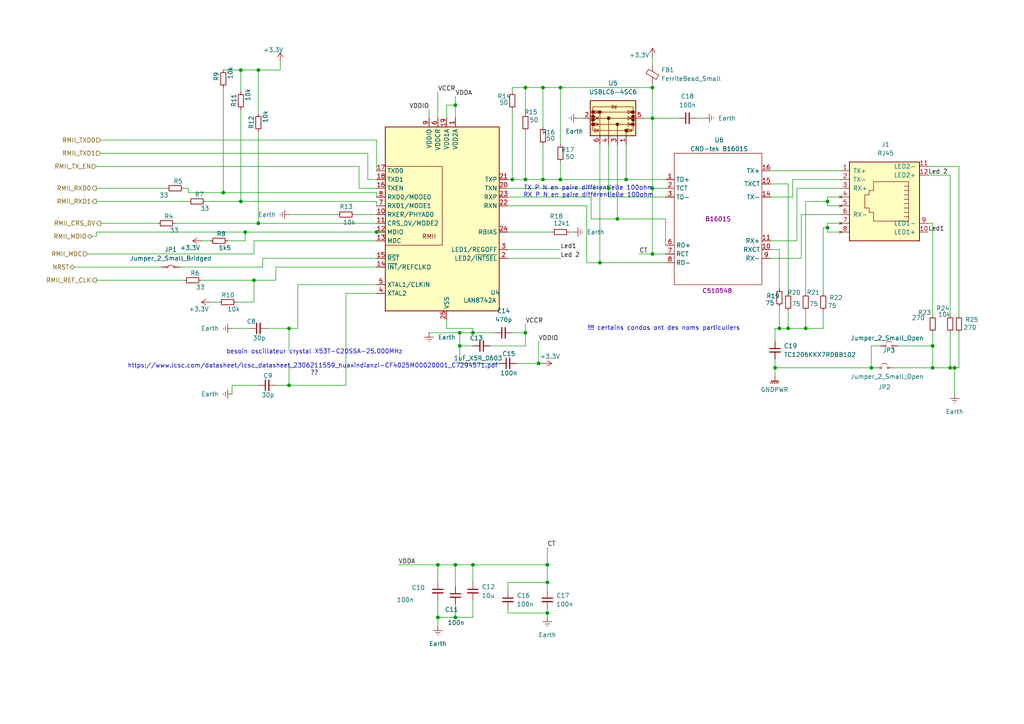
<source format=kicad_sch>
(kicad_sch (version 20231120) (generator "eeschema") (generator_version "8.0")
  (paper "A4")
  (lib_symbols
    (symbol "Connector:RJ45" (pin_names (offset 1.016))
      (property "Reference" "J3" (at 2.2225 -15.24 0))
      (property "Value" "RJ45" (at 2.2225 -12.7 0))
      (symbol "RJ45_0_1"
        (rectangle (start -7.62 12.7) (end 12.7 -10.16) (stroke (width 0.254)) (fill (type background)))
        (polyline (pts (xy -3.175 4.445) (xy -4.445 4.445)))
        (polyline (pts (xy -3.175 5.715) (xy -4.445 5.715)))
        (polyline (pts (xy -4.445 -3.175) (xy -3.175 -3.175) (xy -3.175 -3.175)))
        (polyline (pts (xy -4.445 -1.905) (xy -3.175 -1.905) (xy -3.175 -1.905)))
        (polyline (pts (xy -4.445 -0.635) (xy -3.175 -0.635) (xy -3.175 -0.635)))
        (polyline (pts (xy -4.445 0.635) (xy -3.175 0.635) (xy -3.175 0.635)))
        (polyline (pts (xy -4.445 1.905) (xy -3.175 1.905) (xy -3.175 1.905)))
        (polyline (pts (xy -3.175 3.175) (xy -4.445 3.175) (xy -4.445 3.175)))
        (polyline (pts (xy -4.445 -4.445) (xy -4.445 6.985) (xy 5.715 6.985) (xy 5.715 4.445) (xy 6.985 4.445) (xy 6.985 3.175) (xy 8.255 3.175) (xy 8.255 -0.635) (xy 6.985 -0.635) (xy 6.985 -1.905) (xy 5.715 -1.905) (xy 5.715 -4.445) (xy -4.445 -4.445) (xy -4.445 -4.445)))
      )
      (symbol "RJ45_1_1"
        (pin input line (at 15.24 -7.62 180) (length 2.54) (name "TX+") (number "1"))
        (pin bidirectional line (at -10.16 10.16 0) (length 2.54) (name "LED1+") (number "10"))
        (pin bidirectional line (at -10.16 -8.89 0) (length 2.54) (name "LED2-") (number "11"))
        (pin bidirectional line (at -10.16 -6.35 0) (length 2.54) (name "LED2+") (number "12"))
        (pin input line (at 15.24 -5.08 180) (length 2.54) (name "TX-") (number "2"))
        (pin output line (at 15.24 -2.54 180) (length 2.54) (name "RX+") (number "3"))
        (pin no_connect line (at 15.24 0 180) (length 2.54) (name "~") (number "4"))
        (pin no_connect line (at 15.24 2.54 180) (length 2.54) (name "~") (number "5"))
        (pin output line (at 15.24 5.08 180) (length 2.54) (name "RX-") (number "6"))
        (pin no_connect line (at 15.24 7.62 180) (length 2.54) (name "~") (number "7"))
        (pin no_connect line (at 15.24 10.16 180) (length 2.54) (name "~") (number "8"))
        (pin bidirectional line (at -10.16 7.62 0) (length 2.54) (name "LED1-") (number "9"))
      )
    )
    (symbol "Device:C_Small" (pin_numbers hide) (pin_names (offset 0.254) hide)
      (property "Reference" "C" (at 0.254 1.778 0))
      (property "Value" "C_Small" (at 0.254 -2.032 0))
      (symbol "C_Small_0_1"
        (polyline (pts (xy -1.524 -0.508) (xy 1.524 -0.508)) (stroke (width 0.3302)))
        (polyline (pts (xy -1.524 0.508) (xy 1.524 0.508)) (stroke (width 0.3048)))
      )
      (symbol "C_Small_1_1"
        (pin passive line (at 0 2.54 270) (length 2.032) (name "~") (number "1"))
        (pin passive line (at 0 -2.54 90) (length 2.032) (name "~") (number "2"))
      )
    )
    (symbol "Device:FerriteBead_Small" (pin_numbers hide) (pin_names (offset 0))
      (property "Reference" "FB" (at 1.905 1.27 0))
      (property "Value" "FerriteBead_Small" (at 1.905 -1.27 0))
      (symbol "FerriteBead_Small_0_1"
        (polyline (pts (xy 0 -1.27) (xy 0 -0.7874)))
        (polyline (pts (xy 0 0.889) (xy 0 1.2954)))
        (polyline (pts (xy -1.8288 0.2794) (xy -1.1176 1.4986) (xy 1.8288 -0.2032) (xy 1.1176 -1.4224) (xy -1.8288 0.2794)))
      )
      (symbol "FerriteBead_Small_1_1"
        (pin passive line (at 0 2.54 270) (length 1.27) (name "~") (number "1"))
        (pin passive line (at 0 -2.54 90) (length 1.27) (name "~") (number "2"))
      )
    )
    (symbol "Device:R_Small" (pin_numbers hide) (pin_names (offset 0.254) hide)
      (property "Reference" "R" (at 0.762 0.508 0))
      (property "Value" "R_Small" (at 0.762 -1.016 0))
      (symbol "R_Small_0_1"
        (rectangle (start -0.762 1.778) (end 0.762 -1.778) (stroke (width 0.2032)))
      )
      (symbol "R_Small_1_1"
        (pin passive line (at 0 2.54 270) (length 0.762) (name "~") (number "1"))
        (pin passive line (at 0 -2.54 90) (length 0.762) (name "~") (number "2"))
      )
    )
    (symbol "Interface_Ethernet:LAN8742A"
      (property "Reference" "U" (at -13.97 29.21 0))
      (property "Value" "LAN8742A" (at 15.24 29.21 0))
      (symbol "LAN8742A_0_0"
        (text "RMII" (at -5.08 -3.81 0) (effects (font (size 1.27 1.27))))
      )
      (symbol "LAN8742A_0_1"
        (rectangle (start -17.78 27.94) (end 15.24 -25.4) (stroke (width 0.254)) (fill (type background)))
        (polyline (pts (xy -17.78 -6.35) (xy -1.27 -6.35) (xy -1.27 16.51) (xy -17.78 16.51)))
      )
      (symbol "LAN8742A_1_1"
        (pin power_in line (at 2.54 30.48 270) (length 2.54) (name "VDD2A") (number "1"))
        (pin output line (at -20.32 2.54 0) (length 2.54) (name "RXER/PHYAD0") (number "10"))
        (pin bidirectional line (at -20.32 0 0) (length 2.54) (name "CRS_DV/MODE2") (number "11"))
        (pin bidirectional line (at -20.32 -2.54 0) (length 2.54) (name "MDIO") (number "12"))
        (pin input line (at -20.32 -5.08 0) (length 2.54) (name "MDC") (number "13"))
        (pin output line (at -20.32 -12.7 0) (length 2.54) (name "~{INT}/REFCLKO") (number "14"))
        (pin input line (at -20.32 -10.16 0) (length 2.54) (name "~{RST}") (number "15"))
        (pin input line (at -20.32 10.16 0) (length 2.54) (name "TXEN") (number "16"))
        (pin input line (at -20.32 15.24 0) (length 2.54) (name "TXD0") (number "17"))
        (pin input line (at -20.32 12.7 0) (length 2.54) (name "TXD1") (number "18"))
        (pin power_in line (at 0 30.48 270) (length 2.54) (name "VDD1A") (number "19"))
        (pin bidirectional line (at 17.78 -10.16 180) (length 2.54) (name "LED2/~{INTSEL}") (number "2"))
        (pin passive line (at 17.78 10.16 180) (length 2.54) (name "TXN") (number "20"))
        (pin passive line (at 17.78 12.7 180) (length 2.54) (name "TXP") (number "21"))
        (pin passive line (at 17.78 5.08 180) (length 2.54) (name "RXN") (number "22"))
        (pin passive line (at 17.78 7.62 180) (length 2.54) (name "RXP") (number "23"))
        (pin passive line (at 17.78 -2.54 180) (length 2.54) (name "RBIAS") (number "24"))
        (pin power_in line (at 0 -27.94 90) (length 2.54) (name "VSS") (number "25"))
        (pin bidirectional line (at 17.78 -7.62 180) (length 2.54) (name "LED1/REGOFF") (number "3"))
        (pin output line (at -20.32 -20.32 0) (length 2.54) (name "XTAL2") (number "4"))
        (pin input line (at -20.32 -17.78 0) (length 2.54) (name "XTAL1/CLKIN") (number "5"))
        (pin power_in line (at -2.54 30.48 270) (length 2.54) (name "VDDCR") (number "6"))
        (pin bidirectional line (at -20.32 5.08 0) (length 2.54) (name "RXD1/MODE1") (number "7"))
        (pin bidirectional line (at -20.32 7.62 0) (length 2.54) (name "RXD0/MODE0") (number "8"))
        (pin power_in line (at -5.08 30.48 270) (length 2.54) (name "VDDIO") (number "9"))
      )
    )
    (symbol "Jumper:Jumper_2_Small_Bridged" (pin_numbers hide) (pin_names (offset 0) hide) (exclude_from_sim yes)
      (property "Reference" "JP" (at 0 2.032 0))
      (property "Value" "Jumper_2_Small_Bridged" (at 0 -2.286 0))
      (symbol "Jumper_2_Small_Bridged_0_0"
        (circle (center -1.016 0) (radius 0.254))
        (circle (center 1.016 0) (radius 0.254))
      )
      (symbol "Jumper_2_Small_Bridged_0_1"
        (arc (start 0.762 0.254) (mid 0 0.5696) (end -0.762 0.254))
      )
      (symbol "Jumper_2_Small_Bridged_1_1"
        (pin passive line (at -2.54 0 0) (length 1.27) (name "A") (number "1"))
        (pin passive line (at 2.54 0 180) (length 1.27) (name "B") (number "2"))
      )
    )
    (symbol "Jumper:Jumper_2_Small_Open" (pin_numbers hide) (pin_names (offset 0) hide) (exclude_from_sim yes)
      (property "Reference" "JP" (at 0 2.794 0))
      (property "Value" "Jumper_2_Small_Open" (at 0 -2.286 0))
      (symbol "Jumper_2_Small_Open_0_0"
        (circle (center -1.016 0) (radius 0.254))
        (circle (center 1.016 0) (radius 0.254))
      )
      (symbol "Jumper_2_Small_Open_0_1"
        (arc (start 0.762 1.0196) (mid 0 1.2729) (end -0.762 1.0196))
      )
      (symbol "Jumper_2_Small_Open_1_1"
        (pin passive line (at -2.54 0 0) (length 1.27) (name "A") (number "1"))
        (pin passive line (at 2.54 0 180) (length 1.27) (name "B") (number "2"))
      )
    )
    (symbol "Librairie_MB:CND-tek_B1601S"
      (property "Reference" "U7" (at 0.3175 22.86 0))
      (property "Value" "CND-tek B1601S" (at 0.3175 20.32 0))
      (property "MPN" "B1601S" (at 0 0 0))
      (property "LCSC" "C510548" (at -0.254 -20.828 0))
      (symbol "CND-tek_B1601S_0_1"
        (rectangle (start -12.7 19.05) (end 12.7 -19.05))
      )
      (symbol "CND-tek_B1601S_1_1"
        (pin input line (at -15.24 11.43 0) (length 2.54) (name "TD+") (number "1"))
        (pin power_in line (at 15.24 -8.89 180) (length 2.54) (name "RXCT") (number "10"))
        (pin input line (at 15.24 -6.35 180) (length 2.54) (name "RX+") (number "11"))
        (pin output line (at 15.24 6.35 180) (length 2.54) (name "TX-") (number "14"))
        (pin power_in line (at 15.24 10.16 180) (length 2.54) (name "TXCT") (number "15"))
        (pin output line (at 15.24 13.97 180) (length 2.54) (name "TX+") (number "16"))
        (pin power_in line (at -15.24 8.89 0) (length 2.54) (name "TCT") (number "2"))
        (pin input line (at -15.24 6.35 0) (length 2.54) (name "TD-") (number "3"))
        (pin output line (at -15.24 -7.62 0) (length 2.54) (name "RD+") (number "6"))
        (pin power_in line (at -15.24 -10.16 0) (length 2.54) (name "RCT") (number "7"))
        (pin output line (at -15.24 -12.7 0) (length 2.54) (name "RD-") (number "8"))
        (pin power_in line (at 15.24 -11.43 180) (length 2.54) (name "RX-") (number "9"))
      )
    )
    (symbol "Power_Protection:USBLC6-4SC6" (pin_names hide)
      (property "Reference" "U" (at 1.27 9.525 0))
      (property "Value" "USBLC6-4SC6" (at 1.27 6.985 0))
      (symbol "USBLC6-4SC6_0_0"
        (circle (center -3.556 2.54) (radius 0.0001) (stroke (width 0.508)))
        (circle (center -1.778 -7.112) (radius 0.0001) (stroke (width 0.508)))
        (circle (center -1.778 0) (radius 0.0001) (stroke (width 0.508)))
        (circle (center -1.778 4.572) (radius 0.0001) (stroke (width 0.508)))
        (circle (center -0.508 -7.112) (radius 0.0001) (stroke (width 0.508)))
        (circle (center -0.508 4.572) (radius 0.0001) (stroke (width 0.508)))
        (circle (center 0 -2.54) (radius 0.0001) (stroke (width 0.508)))
        (circle (center 0.508 -7.112) (radius 0.0001) (stroke (width 0.508)))
        (circle (center 0.508 4.572) (radius 0.0001) (stroke (width 0.508)))
        (circle (center 1.778 -7.112) (radius 0.0001) (stroke (width 0.508)))
        (circle (center 1.778 -5.08) (radius 0.0001) (stroke (width 0.508)))
        (circle (center 1.778 4.572) (radius 0.0001) (stroke (width 0.508)))
      )
      (symbol "USBLC6-4SC6_0_1"
        (polyline (pts (xy -5.08 -5.08) (xy 1.778 -5.08)))
        (polyline (pts (xy -5.08 -2.54) (xy 0 -2.54)))
        (polyline (pts (xy -5.08 0) (xy -1.778 0)))
        (polyline (pts (xy -5.08 2.54) (xy -3.556 2.54)))
        (polyline (pts (xy -4.064 -5.588) (xy -3.048 -5.588)))
        (polyline (pts (xy -3.048 4.064) (xy -4.064 4.064)))
        (polyline (pts (xy -2.286 -5.588) (xy -1.27 -5.588)))
        (polyline (pts (xy -2.286 4.064) (xy -1.27 4.064)))
        (polyline (pts (xy -0.508 -5.588) (xy 0.508 -5.588)))
        (polyline (pts (xy 0 5.08) (xy 0.508 4.572)))
        (polyline (pts (xy 0.508 -7.112) (xy -0.508 -7.112)))
        (polyline (pts (xy 0.508 4.064) (xy -0.508 4.064)))
        (polyline (pts (xy 1.27 4.064) (xy 2.286 4.064)))
        (polyline (pts (xy 2.286 -5.588) (xy 1.27 -5.588)))
        (polyline (pts (xy 2.794 -0.762) (xy 2.794 -0.381) (xy 3.81 -0.381)))
        (polyline (pts (xy -4.064 3.048) (xy -3.048 3.048) (xy -3.556 4.064) (xy -4.064 3.048)))
        (polyline (pts (xy -3.048 -6.604) (xy -4.064 -6.604) (xy -3.556 -5.588) (xy -3.048 -6.604)))
        (polyline (pts (xy -1.27 -6.604) (xy -2.286 -6.604) (xy -1.778 -5.588) (xy -1.27 -6.604)))
        (polyline (pts (xy -1.27 3.048) (xy -2.286 3.048) (xy -1.778 4.064) (xy -1.27 3.048)))
        (polyline (pts (xy -0.508 -6.604) (xy 0.508 -6.604) (xy 0 -5.588) (xy -0.508 -6.604)))
        (polyline (pts (xy -0.508 3.048) (xy 0.508 3.048) (xy 0 4.064) (xy -0.508 3.048)))
        (polyline (pts (xy 1.27 -6.604) (xy 2.286 -6.604) (xy 1.778 -5.588) (xy 1.27 -6.604)))
        (polyline (pts (xy 1.778 4.572) (xy 3.302 4.572) (xy 3.302 -7.112) (xy 1.778 -7.112)))
        (polyline (pts (xy 2.286 3.048) (xy 1.27 3.048) (xy 1.778 4.064) (xy 2.286 3.048)))
        (polyline (pts (xy 3.81 -1.524) (xy 2.794 -1.524) (xy 3.302 -0.508) (xy 3.81 -1.524)))
      )
      (symbol "USBLC6-4SC6_1_1"
        (rectangle (start -5.08 5.334) (end 5.08 -7.874) (stroke (width 0.254)) (fill (type background)))
        (polyline (pts (xy -1.778 4.572) (xy -3.556 4.572) (xy -3.556 -7.112) (xy -1.778 -7.112)))
        (polyline (pts (xy -0.508 4.572) (xy 1.778 4.572) (xy 1.778 -7.112) (xy 0.508 -7.112)))
        (polyline (pts (xy 0.508 -7.112) (xy 0 -6.604) (xy 0 4.064) (xy -0.508 4.572)))
        (polyline (pts (xy 0 -7.62) (xy -0.508 -7.112) (xy -1.778 -7.112) (xy -1.778 4.572) (xy -0.508 4.572)))
        (pin passive line (at -7.62 2.54 0) (length 2.54) (name "I/O1") (number "1"))
        (pin passive line (at 0 -10.16 90) (length 2.54) (name "GND") (number "2"))
        (pin passive line (at -7.62 0 0) (length 2.54) (name "I/O2") (number "3"))
        (pin passive line (at -7.62 -2.54 0) (length 2.54) (name "I/O3") (number "4"))
        (pin passive line (at 0 7.62 270) (length 2.54) (name "VBUS") (number "5"))
        (pin passive line (at -7.62 -5.08 0) (length 2.54) (name "I/O4") (number "6"))
      )
    )
    (symbol "power:+3.3V" (power) (pin_numbers hide) (pin_names (offset 0) hide)
      (property "Value" "+3.3V" (at 0 3.556 0))
      (symbol "+3.3V_0_1"
        (polyline (pts (xy -0.762 1.27) (xy 0 2.54)))
        (polyline (pts (xy 0 0) (xy 0 2.54)))
        (polyline (pts (xy 0 2.54) (xy 0.762 1.27)))
      )
      (symbol "+3.3V_1_1"
        (pin power_in line (at 0 0 90) (length 0) (name "~") (number "1"))
      )
    )
    (symbol "power:Earth" (power) (pin_numbers hide) (pin_names (offset 0) hide)
      (property "Value" "Earth" (at 0 -3.81 0))
      (symbol "Earth_0_1"
        (polyline (pts (xy -0.635 -1.905) (xy 0.635 -1.905)))
        (polyline (pts (xy -0.127 -2.54) (xy 0.127 -2.54)))
        (polyline (pts (xy 0 -1.27) (xy 0 0)))
        (polyline (pts (xy 1.27 -1.27) (xy -1.27 -1.27)))
      )
      (symbol "Earth_1_1"
        (pin power_in line (at 0 0 270) (length 0) (name "~") (number "1"))
      )
    )
    (symbol "power:GNDPWR" (power) (pin_numbers hide) (pin_names (offset 0) hide)
      (property "Value" "GNDPWR" (at 0 -3.302 0))
      (symbol "GNDPWR_0_1"
        (polyline (pts (xy 0 -1.27) (xy 0 0)))
        (polyline (pts (xy -1.016 -1.27) (xy -1.27 -2.032) (xy -1.27 -2.032)) (stroke (width 0.2032)))
        (polyline (pts (xy -0.508 -1.27) (xy -0.762 -2.032) (xy -0.762 -2.032)) (stroke (width 0.2032)))
        (polyline (pts (xy 0 -1.27) (xy -0.254 -2.032) (xy -0.254 -2.032)) (stroke (width 0.2032)))
        (polyline (pts (xy 0.508 -1.27) (xy 0.254 -2.032) (xy 0.254 -2.032)) (stroke (width 0.2032)))
        (polyline (pts (xy 1.016 -1.27) (xy -1.016 -1.27) (xy -1.016 -1.27)) (stroke (width 0.2032)))
        (polyline (pts (xy 1.016 -1.27) (xy 0.762 -2.032) (xy 0.762 -2.032) (xy 0.762 -2.032)) (stroke (width 0.2032)))
      )
      (symbol "GNDPWR_1_1"
        (pin power_in line (at 0 0 270) (length 0) (name "~") (number "1"))
      )
    )
  )
  (junction (at 157.48 25.4))
  (junction (at 127 179.07))
  (junction (at 270.51 100.33))
  (junction (at 133.35 96.52))
  (junction (at 158.75 177.8))
  (junction (at 240.03 66.04))
  (junction (at 73.66 81.28))
  (junction (at 189.23 73.66))
  (junction (at 189.23 34.29))
  (junction (at 181.61 52.07))
  (junction (at 162.56 52.07))
  (junction (at 226.06 95.25))
  (junction (at 162.56 25.4))
  (junction (at 83.82 95.25))
  (junction (at 74.93 64.77))
  (junction (at 228.6 95.25))
  (junction (at 64.77 55.88))
  (junction (at 132.08 163.83))
  (junction (at 83.82 111.76))
  (junction (at 179.07 63.5))
  (junction (at 270.51 106.68))
  (junction (at 132.08 30.48))
  (junction (at 233.68 95.25))
  (junction (at 137.16 163.83))
  (junction (at 127 163.83))
  (junction (at 148.59 52.07))
  (junction (at 152.4 96.52))
  (junction (at 137.16 96.52))
  (junction (at 69.85 20.32))
  (junction (at 252.73 106.68))
  (junction (at 132.08 179.07))
  (junction (at 224.79 106.68))
  (junction (at 152.4 52.07))
  (junction (at 133.35 100.33))
  (junction (at 158.75 168.91))
  (junction (at 157.48 52.07))
  (junction (at 69.85 58.42))
  (junction (at 109.22 67.31))
  (junction (at 176.53 54.61))
  (junction (at 74.93 20.32))
  (junction (at 275.59 106.68))
  (junction (at 152.4 25.4))
  (junction (at 189.23 25.4))
  (junction (at 71.12 67.31))
  (junction (at 276.86 106.68))
  (junction (at 158.75 163.83))
  (junction (at 173.99 76.2))
  (junction (at 189.23 54.61))
  (junction (at 156.21 105.41))
  (junction (at 240.03 58.42))
  (wire (pts (xy 255.27 100.33) (xy 252.73 100.33)))
  (wire (pts (xy 226.06 72.39) (xy 226.06 83.82)))
  (wire (pts (xy 27.94 68.58) (xy 26.67 68.58)))
  (wire (pts (xy 186.69 34.29) (xy 189.23 34.29)))
  (wire (pts (xy 74.93 20.32) (xy 74.93 33.02)))
  (wire (pts (xy 158.75 168.91) (xy 158.75 171.45)))
  (wire (pts (xy 74.93 64.77) (xy 109.22 64.77)))
  (wire (pts (xy 109.22 49.53) (xy 109.22 40.64)))
  (wire (pts (xy 243.84 62.23) (xy 232.41 62.23)))
  (wire (pts (xy 193.04 63.5) (xy 193.04 71.12)))
  (wire (pts (xy 148.59 25.4) (xy 152.4 25.4)))
  (wire (pts (xy 269.24 50.8) (xy 275.59 50.8)))
  (wire (pts (xy 133.35 105.41) (xy 133.35 100.33)))
  (wire (pts (xy 232.41 62.23) (xy 232.41 74.93)))
  (wire (pts (xy 278.13 96.52) (xy 278.13 106.68)))
  (wire (pts (xy 127 168.91) (xy 127 163.83)))
  (wire (pts (xy 73.66 69.85) (xy 73.66 73.66)))
  (wire (pts (xy 173.99 76.2) (xy 193.04 76.2)))
  (wire (pts (xy 127 26.67) (xy 127 34.29)))
  (wire (pts (xy 149.86 105.41) (xy 156.21 105.41)))
  (wire (pts (xy 147.32 168.91) (xy 158.75 168.91)))
  (wire (pts (xy 269.24 64.77) (xy 270.51 64.77)))
  (wire (pts (xy 162.56 25.4) (xy 162.56 41.91)))
  (wire (pts (xy 100.33 85.09) (xy 100.33 111.76)))
  (wire (pts (xy 109.22 74.93) (xy 76.2 74.93)))
  (wire (pts (xy 165.1 67.31) (xy 166.37 67.31)))
  (wire (pts (xy 185.42 73.66) (xy 189.23 73.66)))
  (wire (pts (xy 129.54 30.48) (xy 132.08 30.48)))
  (wire (pts (xy 156.21 105.41) (xy 157.48 105.41)))
  (wire (pts (xy 71.12 67.31) (xy 27.94 67.31)))
  (wire (pts (xy 189.23 73.66) (xy 193.04 73.66)))
  (wire (pts (xy 137.16 163.83) (xy 158.75 163.83)))
  (wire (pts (xy 109.22 54.61) (xy 104.14 54.61)))
  (wire (pts (xy 73.66 81.28) (xy 58.42 81.28)))
  (wire (pts (xy 189.23 34.29) (xy 189.23 54.61)))
  (wire (pts (xy 229.87 52.07) (xy 229.87 57.15)))
  (wire (pts (xy 54.61 55.88) (xy 64.77 55.88)))
  (wire (pts (xy 54.61 54.61) (xy 54.61 55.88)))
  (wire (pts (xy 69.85 20.32) (xy 69.85 26.67)))
  (wire (pts (xy 152.4 96.52) (xy 152.4 100.33)))
  (wire (pts (xy 60.96 87.63) (xy 63.5 87.63)))
  (wire (pts (xy 170.18 76.2) (xy 170.18 59.69)))
  (wire (pts (xy 228.6 95.25) (xy 228.6 90.17)))
  (wire (pts (xy 171.45 63.5) (xy 179.07 63.5)))
  (wire (pts (xy 83.82 95.25) (xy 86.36 95.25)))
  (wire (pts (xy 129.54 34.29) (xy 129.54 30.48)))
  (wire (pts (xy 74.93 111.76) (xy 67.31 111.76)))
  (wire (pts (xy 104.14 54.61) (xy 104.14 48.26)))
  (wire (pts (xy 173.99 41.91) (xy 173.99 76.2)))
  (wire (pts (xy 232.41 74.93) (xy 223.52 74.93)))
  (wire (pts (xy 260.35 100.33) (xy 270.51 100.33)))
  (wire (pts (xy 86.36 82.55) (xy 109.22 82.55)))
  (wire (pts (xy 176.53 41.91) (xy 176.53 54.61)))
  (wire (pts (xy 226.06 95.25) (xy 228.6 95.25)))
  (wire (pts (xy 147.32 74.93) (xy 162.56 74.93)))
  (wire (pts (xy 127 163.83) (xy 115.57 163.83)))
  (wire (pts (xy 132.08 27.94) (xy 132.08 30.48)))
  (wire (pts (xy 270.51 106.68) (xy 275.59 106.68)))
  (wire (pts (xy 102.87 62.23) (xy 109.22 62.23)))
  (wire (pts (xy 106.68 52.07) (xy 106.68 44.45)))
  (wire (pts (xy 148.59 26.67) (xy 148.59 25.4)))
  (wire (pts (xy 238.76 95.25) (xy 238.76 90.17)))
  (wire (pts (xy 240.03 67.31) (xy 243.84 67.31)))
  (wire (pts (xy 137.16 96.52) (xy 143.51 96.52)))
  (wire (pts (xy 137.16 173.99) (xy 137.16 179.07)))
  (wire (pts (xy 176.53 54.61) (xy 176.53 57.15)))
  (wire (pts (xy 158.75 158.75) (xy 158.75 163.83)))
  (wire (pts (xy 240.03 58.42) (xy 240.03 59.69)))
  (wire (pts (xy 109.22 55.88) (xy 109.22 57.15)))
  (wire (pts (xy 240.03 58.42) (xy 233.68 58.42)))
  (wire (pts (xy 132.08 179.07) (xy 137.16 179.07)))
  (wire (pts (xy 157.48 25.4) (xy 157.48 36.83)))
  (wire (pts (xy 133.35 105.41) (xy 144.78 105.41)))
  (wire (pts (xy 179.07 63.5) (xy 193.04 63.5)))
  (wire (pts (xy 53.34 54.61) (xy 54.61 54.61)))
  (wire (pts (xy 69.85 31.75) (xy 69.85 58.42)))
  (wire (pts (xy 73.66 81.28) (xy 73.66 87.63)))
  (wire (pts (xy 52.07 77.47) (xy 76.2 77.47)))
  (wire (pts (xy 148.59 52.07) (xy 152.4 52.07)))
  (wire (pts (xy 158.75 177.8) (xy 158.75 179.07)))
  (wire (pts (xy 252.73 100.33) (xy 252.73 106.68)))
  (wire (pts (xy 181.61 52.07) (xy 193.04 52.07)))
  (wire (pts (xy 111.76 67.31) (xy 109.22 67.31)))
  (wire (pts (xy 270.51 64.77) (xy 270.51 91.44)))
  (wire (pts (xy 137.16 168.91) (xy 137.16 163.83)))
  (wire (pts (xy 27.94 67.31) (xy 27.94 68.58)))
  (wire (pts (xy 259.08 106.68) (xy 270.51 106.68)))
  (wire (pts (xy 69.85 20.32) (xy 74.93 20.32)))
  (wire (pts (xy 226.06 95.25) (xy 226.06 88.9)))
  (wire (pts (xy 147.32 67.31) (xy 160.02 67.31)))
  (wire (pts (xy 86.36 95.25) (xy 86.36 82.55)))
  (wire (pts (xy 224.79 95.25) (xy 224.79 99.06)))
  (wire (pts (xy 224.79 104.14) (xy 224.79 106.68)))
  (wire (pts (xy 162.56 25.4) (xy 189.23 25.4)))
  (wire (pts (xy 189.23 16.51) (xy 189.23 19.05)))
  (wire (pts (xy 50.8 64.77) (xy 74.93 64.77)))
  (wire (pts (xy 132.08 30.48) (xy 132.08 34.29)))
  (wire (pts (xy 201.93 34.29) (xy 204.47 34.29)))
  (wire (pts (xy 64.77 55.88) (xy 109.22 55.88)))
  (wire (pts (xy 124.46 31.75) (xy 124.46 34.29)))
  (wire (pts (xy 152.4 93.98) (xy 152.4 96.52)))
  (wire (pts (xy 243.84 54.61) (xy 231.14 54.61)))
  (wire (pts (xy 269.24 48.26) (xy 278.13 48.26)))
  (wire (pts (xy 69.85 58.42) (xy 109.22 58.42)))
  (wire (pts (xy 233.68 58.42) (xy 233.68 85.09)))
  (wire (pts (xy 229.87 52.07) (xy 243.84 52.07)))
  (wire (pts (xy 27.94 81.28) (xy 53.34 81.28)))
  (wire (pts (xy 109.22 67.31) (xy 71.12 67.31)))
  (wire (pts (xy 68.58 87.63) (xy 73.66 87.63)))
  (wire (pts (xy 80.01 81.28) (xy 73.66 81.28)))
  (wire (pts (xy 67.31 111.76) (xy 67.31 114.3)))
  (wire (pts (xy 81.28 20.32) (xy 81.28 17.78)))
  (wire (pts (xy 243.84 64.77) (xy 240.03 64.77)))
  (wire (pts (xy 181.61 41.91) (xy 181.61 52.07)))
  (wire (pts (xy 243.84 57.15) (xy 240.03 57.15)))
  (wire (pts (xy 73.66 69.85) (xy 109.22 69.85)))
  (wire (pts (xy 147.32 57.15) (xy 171.45 57.15)))
  (wire (pts (xy 275.59 106.68) (xy 276.86 106.68)))
  (wire (pts (xy 162.56 46.99) (xy 162.56 52.07)))
  (wire (pts (xy 109.22 40.64) (xy 29.21 40.64)))
  (wire (pts (xy 137.16 95.25) (xy 137.16 96.52)))
  (wire (pts (xy 240.03 64.77) (xy 240.03 66.04)))
  (wire (pts (xy 270.51 96.52) (xy 270.51 100.33)))
  (wire (pts (xy 196.85 34.29) (xy 189.23 34.29)))
  (wire (pts (xy 109.22 58.42) (xy 109.22 59.69)))
  (wire (pts (xy 73.66 73.66) (xy 25.4 73.66)))
  (wire (pts (xy 147.32 52.07) (xy 148.59 52.07)))
  (wire (pts (xy 152.4 52.07) (xy 157.48 52.07)))
  (wire (pts (xy 124.46 96.52) (xy 133.35 96.52)))
  (wire (pts (xy 74.93 38.1) (xy 74.93 64.77)))
  (wire (pts (xy 152.4 38.1) (xy 152.4 52.07)))
  (wire (pts (xy 147.32 72.39) (xy 162.56 72.39)))
  (wire (pts (xy 54.61 58.42) (xy 27.94 58.42)))
  (wire (pts (xy 158.75 163.83) (xy 158.75 168.91)))
  (wire (pts (xy 275.59 50.8) (xy 275.59 91.44)))
  (wire (pts (xy 170.18 59.69) (xy 147.32 59.69)))
  (wire (pts (xy 162.56 52.07) (xy 181.61 52.07)))
  (wire (pts (xy 80.01 77.47) (xy 80.01 81.28)))
  (wire (pts (xy 223.52 49.53) (xy 243.84 49.53)))
  (wire (pts (xy 83.82 111.76) (xy 80.01 111.76)))
  (wire (pts (xy 223.52 57.15) (xy 229.87 57.15)))
  (wire (pts (xy 276.86 106.68) (xy 276.86 114.3)))
  (wire (pts (xy 83.82 62.23) (xy 97.79 62.23)))
  (wire (pts (xy 133.35 96.52) (xy 133.35 100.33)))
  (wire (pts (xy 157.48 25.4) (xy 162.56 25.4)))
  (wire (pts (xy 179.07 41.91) (xy 179.07 63.5)))
  (wire (pts (xy 224.79 106.68) (xy 252.73 106.68)))
  (wire (pts (xy 132.08 170.18) (xy 132.08 163.83)))
  (wire (pts (xy 231.14 69.85) (xy 223.52 69.85)))
  (wire (pts (xy 157.48 52.07) (xy 162.56 52.07)))
  (wire (pts (xy 171.45 57.15) (xy 171.45 63.5)))
  (wire (pts (xy 238.76 66.04) (xy 238.76 85.09)))
  (wire (pts (xy 106.68 44.45) (xy 29.21 44.45)))
  (wire (pts (xy 109.22 52.07) (xy 106.68 52.07)))
  (wire (pts (xy 27.94 54.61) (xy 48.26 54.61)))
  (wire (pts (xy 46.99 77.47) (xy 21.59 77.47)))
  (wire (pts (xy 231.14 54.61) (xy 231.14 69.85)))
  (wire (pts (xy 189.23 54.61) (xy 189.23 73.66)))
  (wire (pts (xy 129.54 92.71) (xy 129.54 95.25)))
  (wire (pts (xy 228.6 95.25) (xy 233.68 95.25)))
  (wire (pts (xy 152.4 25.4) (xy 152.4 33.02)))
  (wire (pts (xy 127 163.83) (xy 132.08 163.83)))
  (wire (pts (xy 156.21 99.06) (xy 156.21 105.41)))
  (wire (pts (xy 83.82 95.25) (xy 83.82 101.6)))
  (wire (pts (xy 83.82 105.41) (xy 83.82 111.76)))
  (wire (pts (xy 176.53 57.15) (xy 193.04 57.15)))
  (wire (pts (xy 254 106.68) (xy 252.73 106.68)))
  (wire (pts (xy 238.76 66.04) (xy 240.03 66.04)))
  (wire (pts (xy 233.68 95.25) (xy 238.76 95.25)))
  (wire (pts (xy 133.35 96.52) (xy 137.16 96.52)))
  (wire (pts (xy 71.12 69.85) (xy 71.12 67.31)))
  (wire (pts (xy 29.21 64.77) (xy 45.72 64.77)))
  (wire (pts (xy 67.31 95.25) (xy 72.39 95.25)))
  (wire (pts (xy 240.03 59.69) (xy 243.84 59.69)))
  (wire (pts (xy 129.54 95.25) (xy 137.16 95.25)))
  (wire (pts (xy 127 179.07) (xy 132.08 179.07)))
  (wire (pts (xy 240.03 57.15) (xy 240.03 58.42)))
  (wire (pts (xy 132.08 163.83) (xy 137.16 163.83)))
  (wire (pts (xy 147.32 177.8) (xy 158.75 177.8)))
  (wire (pts (xy 152.4 100.33) (xy 142.24 100.33)))
  (wire (pts (xy 167.64 34.29) (xy 168.91 34.29)))
  (wire (pts (xy 109.22 85.09) (xy 100.33 85.09)))
  (wire (pts (xy 223.52 53.34) (xy 228.6 53.34)))
  (wire (pts (xy 148.59 31.75) (xy 148.59 52.07)))
  (wire (pts (xy 74.93 20.32) (xy 81.28 20.32)))
  (wire (pts (xy 133.35 100.33) (xy 137.16 100.33)))
  (wire (pts (xy 189.23 25.4) (xy 189.23 34.29)))
  (wire (pts (xy 189.23 24.13) (xy 189.23 25.4)))
  (wire (pts (xy 224.79 106.68) (xy 224.79 109.22)))
  (wire (pts (xy 147.32 171.45) (xy 147.32 168.91)))
  (wire (pts (xy 64.77 20.32) (xy 69.85 20.32)))
  (wire (pts (xy 193.04 54.61) (xy 189.23 54.61)))
  (wire (pts (xy 275.59 106.68) (xy 275.59 96.52)))
  (wire (pts (xy 233.68 95.25) (xy 233.68 90.17)))
  (wire (pts (xy 224.79 95.25) (xy 226.06 95.25)))
  (wire (pts (xy 228.6 53.34) (xy 228.6 85.09)))
  (wire (pts (xy 278.13 48.26) (xy 278.13 91.44)))
  (wire (pts (xy 66.04 69.85) (xy 71.12 69.85)))
  (wire (pts (xy 157.48 41.91) (xy 157.48 52.07)))
  (wire (pts (xy 147.32 176.53) (xy 147.32 177.8)))
  (wire (pts (xy 100.33 111.76) (xy 83.82 111.76)))
  (wire (pts (xy 58.42 69.85) (xy 60.96 69.85)))
  (wire (pts (xy 240.03 66.04) (xy 240.03 67.31)))
  (wire (pts (xy 109.22 77.47) (xy 80.01 77.47)))
  (wire (pts (xy 152.4 25.4) (xy 157.48 25.4)))
  (wire (pts (xy 276.86 106.68) (xy 278.13 106.68)))
  (wire (pts (xy 147.32 54.61) (xy 176.53 54.61)))
  (wire (pts (xy 104.14 48.26) (xy 27.94 48.26)))
  (wire (pts (xy 76.2 74.93) (xy 76.2 77.47)))
  (wire (pts (xy 132.08 175.26) (xy 132.08 179.07)))
  (wire (pts (xy 158.75 176.53) (xy 158.75 177.8)))
  (wire (pts (xy 127 179.07) (xy 127 181.61)))
  (wire (pts (xy 270.51 100.33) (xy 270.51 106.68)))
  (wire (pts (xy 148.59 96.52) (xy 152.4 96.52)))
  (wire (pts (xy 127 173.99) (xy 127 179.07)))
  (wire (pts (xy 59.69 58.42) (xy 69.85 58.42)))
  (wire (pts (xy 226.06 72.39) (xy 223.52 72.39)))
  (wire (pts (xy 77.47 95.25) (xy 83.82 95.25)))
  (wire (pts (xy 64.77 25.4) (xy 64.77 55.88)))
  (wire (pts (xy 170.18 76.2) (xy 173.99 76.2)))
  (text "!!! certains condos ont des noms particuliers\n" (at 192.532 95.25 0) (effects (font (size 1.27 1.27))))
  (text "besoin oscillateur crystal X53T-C20SSA-25.000MHz\n\nhttps://www.lcsc.com/datasheet/lcsc_datasheet_2306211559_huaxindianzi-CF4025M00020001_C7294571.pdf \n??\n" (at 91.186 105.156 0) (effects (font (size 1.27 1.27))))
  (text "TX P N en paire différentielle 100ohm\nRX P N en paire différentielle 100ohm\n" (at 170.688 55.626 0) (effects (font (size 1.27 1.27))))
  (label "VCCR" (at 152.4 93.98 0))
  (label "Led 2" (at 269.24 50.8 0))
  (label "VDDIO" (at 156.21 99.06 0))
  (label "VDDIO" (at 124.46 31.75 180))
  (label "Led1" (at 269.24 67.31 0))
  (label "Led1" (at 162.56 72.39 0))
  (label "VDDA" (at 115.57 163.83 0))
  (label "CT" (at 158.75 158.75 0))
  (label "CT" (at 185.42 73.66 0))
  (label "Led 2" (at 162.56 74.93 0))
  (label "VDDA" (at 132.08 27.94 0))
  (label "VCCR" (at 127 26.67 0))
  (hierarchical_label "RMII_MDIO" (shape bidirectional) (at 26.67 68.58 180))
  (hierarchical_label "RMII_TXD0" (shape input) (at 29.21 40.64 180))
  (hierarchical_label "RMII_TX_EN" (shape input) (at 27.94 48.26 180))
  (hierarchical_label "RMII_MDC" (shape input) (at 25.4 73.66 180))
  (hierarchical_label "NRST" (shape bidirectional) (at 21.59 77.47 180))
  (hierarchical_label "RMII_RXD0" (shape output) (at 27.94 54.61 180))
  (hierarchical_label "RMII_TXD1" (shape input) (at 29.21 44.45 180))
  (hierarchical_label "RMII_REF_CLK" (shape output) (at 27.94 81.28 180))
  (hierarchical_label "RMII_RXD1" (shape output) (at 27.94 58.42 180))
  (hierarchical_label "RMII_CRS_DV" (shape output) (at 29.21 64.77 180))
  (symbol (lib_id "Device:R_Small") (at 157.48 39.37 180) (unit 1)
    (property "Reference" "R16" (at 161.036 38.354 0) (effects (justify left)))
    (property "Value" "50" (at 161.036 40.132 0) (effects (justify left)))
    (property "Description" "Resistor, small symbol" (effects (hide yes)))
  )
  (symbol (lib_id "power:Earth") (at 83.82 62.23 270) (unit 1)
    (property "Reference" "#PWR021" (effects (hide yes)))
    (property "Value" "Earth" (at 80.01 62.2299 90) (effects (justify right)))
    (property "Description" "Power symbol creates a global label with name \"Earth\"" (effects (hide yes)))
  )
  (symbol (lib_id "Device:R_Small") (at 63.5 69.85 90) (unit 1)
    (property "Reference" "R8" (at 65.532 67.818 90) (effects (justify left)))
    (property "Value" "1k5" (at 67.056 71.882 90) (effects (justify left)))
    (property "Description" "Resistor, small symbol" (effects (hide yes)))
  )
  (symbol (lib_id "power:+3.3V") (at 58.42 69.85 90) (unit 1)
    (property "Reference" "#PWR016" (effects (hide yes)))
    (property "Value" "+3.3V" (at 55.118 71.882 90))
    (property "Description" "Power symbol creates a global label with name \"+3.3V\"" (effects (hide yes)))
  )
  (symbol (lib_id "Device:R_Small") (at 226.06 86.36 0) (unit 1)
    (property "Reference" "R19" (at 222.25 85.852 0) (effects (justify left)))
    (property "Value" "75" (at 221.996 87.884 0) (effects (justify left)))
    (property "Description" "Resistor, small symbol" (effects (hide yes)))
  )
  (symbol (lib_id "Device:R_Small") (at 148.59 29.21 0) (unit 1)
    (property "Reference" "R14" (at 144.272 27.94 0) (effects (justify left)))
    (property "Value" "50" (at 144.78 29.718 0) (effects (justify left)))
    (property "Description" "Resistor, small symbol" (effects (hide yes)))
  )
  (symbol (lib_id "Device:C_Small") (at 199.39 34.29 90) (unit 1)
    (property "Reference" "C18" (at 199.3963 27.94 90))
    (property "Value" "100n" (at 199.3963 30.48 90))
    (property "Description" "Unpolarized capacitor, small symbol" (effects (hide yes)))
  )
  (symbol (lib_id "Device:C_Small") (at 132.08 172.72 0) (unit 1)
    (property "Reference" "C11" (at 129.032 176.784 0) (effects (justify left)))
    (property "Value" "100n" (at 129.794 180.594 0) (effects (justify left)))
    (property "Description" "Unpolarized capacitor, small symbol" (effects (hide yes)))
  )
  (symbol (lib_id "Device:R_Small") (at 162.56 44.45 180) (unit 1)
    (property "Reference" "R17" (at 166.624 43.434 0) (effects (justify left)))
    (property "Value" "50" (at 166.624 45.466 0) (effects (justify left)))
    (property "Description" "Resistor, small symbol" (effects (hide yes)))
  )
  (symbol (lib_id "power:Earth") (at 166.37 67.31 90) (unit 1)
    (property "Reference" "#PWR026" (effects (hide yes)))
    (property "Value" "Earth" (at 170.18 67.3099 90) (effects (justify right)))
    (property "Description" "Power symbol creates a global label with name \"Earth\"" (effects (hide yes)))
  )
  (symbol (lib_id "power:+3.3V") (at 81.28 17.78 0) (unit 1)
    (property "Reference" "#PWR020" (effects (hide yes)))
    (property "Value" "+3.3V" (at 79.248 14.478 0))
    (property "Description" "Power symbol creates a global label with name \"+3.3V\"" (effects (hide yes)))
  )
  (symbol (lib_id "Device:C_Small") (at 147.32 173.99 0) (unit 1)
    (property "Reference" "C16" (at 149.86 172.7262 0) (effects (justify left)))
    (property "Value" "100n" (at 149.86 175.2662 0) (effects (justify left)))
    (property "Description" "Unpolarized capacitor, small symbol" (effects (hide yes)))
  )
  (symbol (lib_id "power:Earth") (at 158.75 179.07 0) (unit 1)
    (property "Reference" "#PWR025" (effects (hide yes)))
    (property "Value" "Earth" (at 158.75 184.15 0))
    (property "Description" "Power symbol creates a global label with name \"Earth\"" (effects (hide yes)))
  )
  (symbol (lib_id "Device:R_Small") (at 270.51 93.98 0) (unit 1)
    (property "Reference" "R23" (at 266.192 90.678 0) (effects (justify left)))
    (property "Value" "270" (at 264.414 92.202 0) (effects (justify left)))
    (property "Description" "Resistor, small symbol" (effects (hide yes)))
  )
  (symbol (lib_id "Device:R_Small") (at 152.4 35.56 180) (unit 1)
    (property "Reference" "R15" (at 155.956 32.512 0) (effects (justify left)))
    (property "Value" "50" (at 156.21 34.798 0) (effects (justify left)))
    (property "Description" "Resistor, small symbol" (effects (hide yes)))
  )
  (symbol (lib_id "Device:C_Small") (at 77.47 111.76 90) (unit 1)
    (property "Reference" "C9" (at 77.724 108.966 90))
    (property "Value" "30p" (at 77.724 114.554 90))
    (property "Description" "Unpolarized capacitor, small symbol" (effects (hide yes)))
  )
  (symbol (lib_id "power:+3.3V") (at 189.23 16.51 0) (unit 1)
    (property "Reference" "#PWR028" (effects (hide yes)))
    (property "Value" "+3.3V" (at 185.42 16.002 0))
    (property "Description" "Power symbol creates a global label with name \"+3.3V\"" (effects (hide yes)))
  )
  (symbol (lib_id "Device:R_Small") (at 100.33 62.23 90) (unit 1)
    (property "Reference" "R13" (at 102.362 59.944 90) (effects (justify left)))
    (property "Value" "10k" (at 103.124 64.516 90) (effects (justify left)))
    (property "Description" "Resistor, small symbol" (effects (hide yes)))
  )
  (symbol (lib_id "power:Earth") (at 124.46 96.52 0) (unit 1)
    (property "Reference" "#PWR022" (effects (hide yes)))
    (property "Value" "Earth" (at 127 97.7899 0) (effects (justify left)))
    (property "Description" "Power symbol creates a global label with name \"Earth\"" (effects (hide yes)))
  )
  (symbol (lib_id "power:GNDPWR") (at 224.79 109.22 0) (unit 1)
    (property "Reference" "#PWR030" (effects (hide yes)))
    (property "Value" "GNDPWR" (at 224.663 113.03 0))
    (property "Description" "Power symbol creates a global label with name \"GNDPWR\" , global ground" (effects (hide yes)))
  )
  (symbol (lib_id "Device:R_Small") (at 275.59 93.98 0) (unit 1)
    (property "Reference" "R24" (at 271.526 89.408 0) (effects (justify left)))
    (property "Value" "10k" (at 272.034 91.186 0) (effects (justify left)))
    (property "Description" "Resistor, small symbol" (effects (hide yes)))
  )
  (symbol (lib_id "Device:R_Small") (at 238.76 87.63 0) (unit 1)
    (property "Reference" "R22" (at 240.538 86.36 0) (effects (justify left)))
    (property "Value" "75" (at 240.03 88.646 0) (effects (justify left)))
    (property "Description" "Resistor, small symbol" (effects (hide yes)))
  )
  (symbol (lib_id "Device:FerriteBead_Small") (at 189.23 21.59 0) (unit 1)
    (property "Reference" "FB1" (at 191.77 20.2818 0) (effects (justify left)))
    (property "Value" "FerriteBead_Small" (at 191.77 22.8218 0) (effects (justify left)))
    (property "Description" "Ferrite bead, small symbol" (effects (hide yes)))
  )
  (symbol (lib_id "Device:R_Small") (at 233.68 87.63 0) (unit 1)
    (property "Reference" "R21" (at 233.934 84.836 0) (effects (justify left)))
    (property "Value" "75" (at 234.696 88.138 0) (effects (justify left)))
    (property "Description" "Resistor, small symbol" (effects (hide yes)))
  )
  (symbol (lib_id "Device:C_Small") (at 147.32 105.41 90) (unit 1)
    (property "Reference" "C15" (at 147.574 102.616 90))
    (property "Value" "100n" (at 147.574 108.204 90))
    (property "Description" "Unpolarized capacitor, small symbol" (effects (hide yes)))
  )
  (symbol (lib_id "power:+3.3V") (at 157.48 105.41 270) (unit 1)
    (property "Reference" "#PWR024" (effects (hide yes)))
    (property "Value" "+3.3V" (at 159.512 103.378 90))
    (property "Description" "Power symbol creates a global label with name \"+3.3V\"" (effects (hide yes)))
  )
  (symbol (lib_id "power:Earth") (at 167.64 34.29 270) (unit 1)
    (property "Reference" "#PWR027" (effects (hide yes)))
    (property "Value" "Earth" (at 169.164 38.1 90) (effects (justify right)))
    (property "Description" "Power symbol creates a global label with name \"Earth\"" (effects (hide yes)))
  )
  (symbol (lib_id "Power_Protection:USBLC6-4SC6") (at 179.07 34.29 270) (mirror x) (unit 1)
    (property "Reference" "U5" (at 177.8 24.13 90))
    (property "Value" "USBLC6-4SC6" (at 177.8 26.67 90))
    (property "Footprint" "Package_TO_SOT_SMD:SOT-23-6" (effects (hide yes)))
    (property "Datasheet" "https://www.st.com/resource/en/datasheet/usblc6-4.pdf" (effects (hide yes)))
    (property "Description" "Very low capacitance ESD protection diode, 4 data-line, SOT-23-6" (effects (hide yes)))
  )
  (symbol (lib_id "Device:R_Small") (at 162.56 67.31 90) (unit 1)
    (property "Reference" "R18" (at 163.322 62.738 90) (effects (justify left)))
    (property "Value" "12k1" (at 165.354 64.77 90) (effects (justify left)))
    (property "Description" "Resistor, small symbol" (effects (hide yes)))
  )
  (symbol (lib_id "Device:R_Small") (at 64.77 22.86 180) (unit 1)
    (property "Reference" "R9" (at 62.738 20.828 90) (effects (justify left)))
    (property "Value" "10k" (at 66.802 19.304 90) (effects (justify left)))
    (property "Description" "Resistor, small symbol" (effects (hide yes)))
  )
  (symbol (lib_id "Device:C_Small") (at 139.7 100.33 270) (unit 1)
    (property "Reference" "C13" (at 138.176 98.044 90))
    (property "Value" "1uF_X5R_0603" (at 138.684 103.886 90))
    (property "Description" "Unpolarized capacitor, small symbol" (effects (hide yes)))
  )
  (symbol (lib_id "Device:R_Small") (at 74.93 35.56 180) (unit 1)
    (property "Reference" "R12" (at 72.898 33.528 90) (effects (justify left)))
    (property "Value" "10k" (at 76.962 32.004 90) (effects (justify left)))
    (property "Description" "Resistor, small symbol" (effects (hide yes)))
  )
  (symbol (lib_id "power:Earth") (at 204.47 34.29 90) (unit 1)
    (property "Reference" "#PWR029" (effects (hide yes)))
    (property "Value" "Earth" (at 208.28 34.2899 90) (effects (justify right)))
    (property "Description" "Power symbol creates a global label with name \"Earth\"" (effects (hide yes)))
  )
  (symbol (lib_id "Jumper:Jumper_2_Small_Bridged") (at 49.53 77.47 0) (unit 1) (exclude_from_sim yes)
    (property "Reference" "JP1" (at 49.53 72.39 0))
    (property "Value" "Jumper_2_Small_Bridged" (at 49.53 74.93 0))
    (property "Description" "Jumper, 2-pole, small symbol, bridged" (effects (hide yes)))
  )
  (symbol (lib_id "Device:R_Small") (at 66.04 87.63 90) (unit 1)
    (property "Reference" "R10" (at 68.072 85.598 90) (effects (justify left)))
    (property "Value" "10k" (at 69.596 89.662 90) (effects (justify left)))
    (property "Description" "Resistor, small symbol" (effects (hide yes)))
  )
  (symbol (lib_id "Librairie_MB:CND-tek_B1601S") (at 208.28 63.5 0) (unit 1)
    (property "Reference" "U6" (at 208.5975 40.64 0))
    (property "Value" "CND-tek B1601S" (at 208.5975 43.18 0))
    (property "Footprint" "Librairie_MB:CND-Tek B1601S" (effects (hide yes)))
    (property "Datasheet" "https://www.lcsc.com/datasheet/lcsc_datasheet_2405301629_CND-tek-B1601S_C510548.pdf" (effects (hide yes)))
    (property "Description" "Transformateur Ethernet" (effects (hide yes)))
    (property "MPN" "B1601S" (at 208.28 63.5 0))
    (property "LCSC" "C510548" (at 208.026 84.328 0))
  )
  (symbol (lib_id "power:Earth") (at 127 181.61 0) (unit 1)
    (property "Reference" "#PWR023" (effects (hide yes)))
    (property "Value" "Earth" (at 127 186.69 0))
    (property "Description" "Power symbol creates a global label with name \"Earth\"" (effects (hide yes)))
  )
  (symbol (lib_id "Jumper:Jumper_2_Small_Open") (at 256.54 106.68 0) (unit 1) (exclude_from_sim yes)
    (property "Reference" "JP2" (at 256.54 112.268 0))
    (property "Value" "Jumper_2_Small_Open" (at 257.302 109.22 0))
    (property "Description" "Jumper, 2-pole, small symbol, open" (effects (hide yes)))
  )
  (symbol (lib_id "Device:R_Small") (at 50.8 54.61 270) (unit 1)
    (property "Reference" "R5" (at 50.292 52.578 90) (effects (justify left)))
    (property "Value" "33" (at 46.228 56.642 90) (effects (justify left)))
    (property "Description" "Resistor, small symbol" (effects (hide yes)))
  )
  (symbol (lib_id "power:Earth") (at 276.86 114.3 0) (unit 1)
    (property "Reference" "#PWR031" (effects (hide yes)))
    (property "Value" "Earth" (at 276.86 119.38 0))
    (property "Description" "Power symbol creates a global label with name \"Earth\"" (effects (hide yes)))
  )
  (symbol (lib_id "Device:R_Small") (at 278.13 93.98 0) (unit 1)
    (property "Reference" "R25" (at 279.908 92.71 0) (effects (justify left)))
    (property "Value" "270" (at 279.4 94.996 0) (effects (justify left)))
    (property "Description" "Resistor, small symbol" (effects (hide yes)))
  )
  (symbol (lib_id "Device:C_Small") (at 224.79 101.6 0) (unit 1)
    (property "Reference" "C19" (at 227.33 100.3362 0) (effects (justify left)))
    (property "Value" "TC1206KKX7RDBB102" (at 227.33 102.8762 0) (effects (justify left)))
    (property "Description" "Unpolarized capacitor, small symbol" (effects (hide yes)))
  )
  (symbol (lib_id "power:Earth") (at 67.31 114.3 270) (unit 1)
    (property "Reference" "#PWR019" (effects (hide yes)))
    (property "Value" "Earth" (at 63.5 114.2999 90) (effects (justify right)))
    (property "Description" "Power symbol creates a global label with name \"Earth\"" (effects (hide yes)))
  )
  (symbol (lib_id "Device:R_Small") (at 57.15 58.42 90) (unit 1)
    (property "Reference" "R7" (at 59.182 56.388 90) (effects (justify left)))
    (property "Value" "33" (at 60.706 60.452 90) (effects (justify left)))
    (property "Description" "Resistor, small symbol" (effects (hide yes)))
  )
  (symbol (lib_id "Device:R_Small") (at 228.6 87.63 0) (unit 1)
    (property "Reference" "R20" (at 228.346 84.836 0) (effects (justify left)))
    (property "Value" "75" (at 229.616 88.138 0) (effects (justify left)))
    (property "Description" "Resistor, small symbol" (effects (hide yes)))
  )
  (symbol (lib_id "Device:C_Small") (at 158.75 173.99 0) (unit 1)
    (property "Reference" "C17" (at 161.29 172.7262 0) (effects (justify left)))
    (property "Value" "100n" (at 161.29 175.2662 0) (effects (justify left)))
    (property "Description" "Unpolarized capacitor, small symbol" (effects (hide yes)))
  )
  (symbol (lib_id "Device:C_Small") (at 146.05 96.52 90) (unit 1)
    (property "Reference" "C14" (at 146.0563 90.17 90))
    (property "Value" "470p" (at 146.0563 92.71 90))
    (property "Description" "Unpolarized capacitor, small symbol" (effects (hide yes)))
  )
  (symbol (lib_id "Device:C_Small") (at 137.16 171.45 0) (unit 1)
    (property "Reference" "C12" (at 139.7 170.1862 0) (effects (justify left)))
    (property "Value" "10u" (at 139.7 172.7262 0) (effects (justify left)))
    (property "Description" "Unpolarized capacitor, small symbol" (effects (hide yes)))
  )
  (symbol (lib_id "Device:R_Small") (at 48.26 64.77 90) (unit 1)
    (property "Reference" "R4" (at 50.292 62.738 90) (effects (justify left)))
    (property "Value" "33" (at 51.816 66.802 90) (effects (justify left)))
    (property "Description" "Resistor, small symbol" (effects (hide yes)))
  )
  (symbol (lib_id "Device:C_Small") (at 74.93 95.25 90) (unit 1)
    (property "Reference" "C8" (at 72.898 93.218 90))
    (property "Value" "30p" (at 75.184 98.044 90))
    (property "Description" "Unpolarized capacitor, small symbol" (effects (hide yes)))
  )
  (symbol (lib_id "power:Earth") (at 67.31 95.25 270) (unit 1)
    (property "Reference" "#PWR018" (effects (hide yes)))
    (property "Value" "Earth" (at 63.5 95.2499 90) (effects (justify right)))
    (property "Description" "Power symbol creates a global label with name \"Earth\"" (effects (hide yes)))
  )
  (symbol (lib_id "Interface_Ethernet:LAN8742A") (at 129.54 64.77 0) (unit 1)
    (property "Reference" "U4" (at 142.24 84.836 0) (effects (justify left)))
    (property "Value" "LAN8742A" (at 134.366 87.122 0) (effects (justify left)))
    (property "Footprint" "Package_DFN_QFN:VQFN-24-1EP_4x4mm_P0.5mm_EP2.5x2.5mm_ThermalVias" (effects (hide yes)))
    (property "Datasheet" "http://ww1.microchip.com/downloads/en/DeviceDoc/8742a.pdf" (effects (hide yes)))
    (property "Description" "LAN8720 Ethernet PHY with RMII interface, QFN-24" (effects (hide yes)))
  )
  (symbol (lib_id "Device:R_Small") (at 69.85 29.21 180) (unit 1)
    (property "Reference" "R11" (at 67.818 27.178 90) (effects (justify left)))
    (property "Value" "10k" (at 71.882 25.654 90) (effects (justify left)))
    (property "Description" "Resistor, small symbol" (effects (hide yes)))
  )
  (symbol (lib_id "Device:C_Small") (at 127 171.45 0) (unit 1)
    (property "Reference" "C10" (at 119.38 170.434 0) (effects (justify left)))
    (property "Value" "100n" (at 115.062 173.99 0) (effects (justify left)))
    (property "Description" "Unpolarized capacitor, small symbol" (effects (hide yes)))
  )
  (symbol (lib_id "power:+3.3V") (at 60.96 87.63 90) (unit 1)
    (property "Reference" "#PWR017" (effects (hide yes)))
    (property "Value" "+3.3V" (at 57.658 89.662 90))
    (property "Description" "Power symbol creates a global label with name \"+3.3V\"" (effects (hide yes)))
  )
  (symbol (lib_id "Connector:RJ45") (at 259.08 57.15 180) (unit 1)
    (property "Reference" "J1" (at 256.8575 41.91 0))
    (property "Value" "RJ45" (at 256.8575 44.45 0))
    (property "Footprint" "Librairie_MB:HC-RJ45-5JAS-1-5-01" (effects (hide yes)))
    (property "Datasheet" "https://www.lcsc.com/datasheet/lcsc_datasheet_2401121837_HCTL-HC-RJ45-5JAS-1-5-01_C20417896.pdf" (effects (hide yes)))
    (property "Description" "RJ connector, 8P8C (8 positions 8 connected)" (effects (hide yes)))
  )
  (symbol (lib_id "Jumper:Jumper_2_Small_Open") (at 257.81 100.33 0) (unit 1) (exclude_from_sim yes)
    (property "Reference" "JP3" (at 257.81 101.6 0))
    (property "Value" "Jumper_2_Small_Open" (at 257.302 98.044 0))
    (property "Description" "Jumper, 2-pole, small symbol, open" (effects (hide yes)))
  )
  (symbol (lib_id "Device:R_Small") (at 55.88 81.28 90) (unit 1)
    (property "Reference" "R6" (at 57.912 79.248 90) (effects (justify left)))
    (property "Value" "33" (at 59.436 83.312 90) (effects (justify left)))
    (property "Description" "Resistor, small symbol" (effects (hide yes)))
  )
)
</source>
